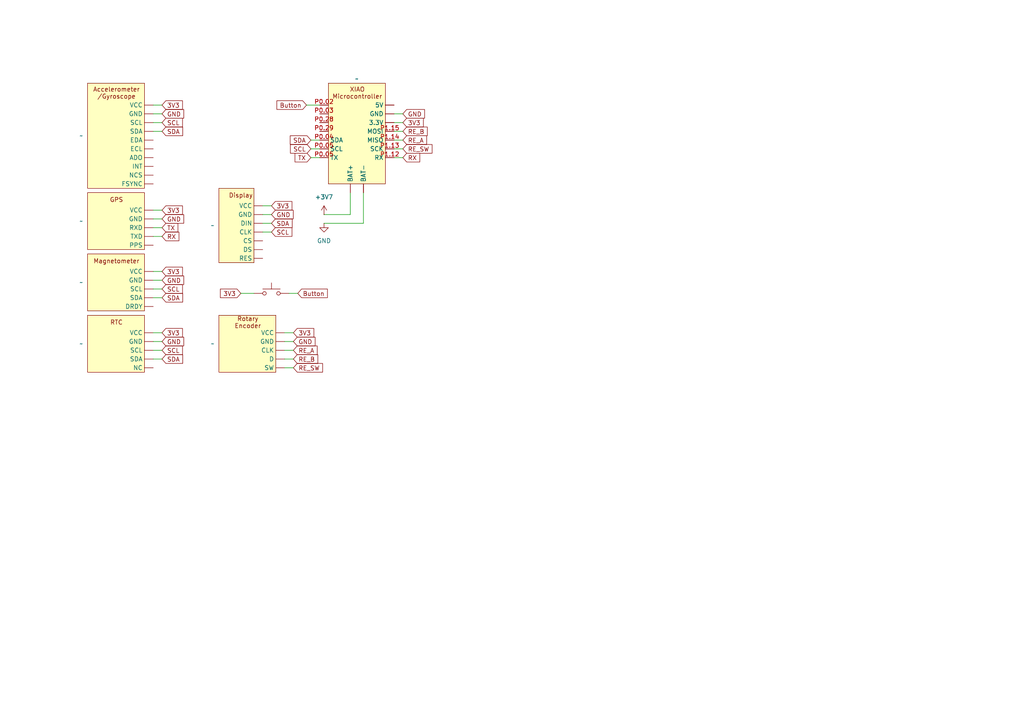
<source format=kicad_sch>
(kicad_sch (version 20250114) (generator "eeschema") (generator_version "9.0")
  (paper "A4")
  (title_block (title "multi-tool") (date "2025-07-20"))
  (lib_symbols
    (symbol "Accelerometer_1"
      (symbol "Accelerometer_1_1_1"
        (rectangle (start -7.62 8.89) (end 8.89 -21.59) (fill (type color) (color 255 255 194 1)))
        (text "Accelerometer\n/Gyroscope" (at 0.508 6.096 0) (effects (font (size 1.27 1.27))))
        (pin input line (at -10.16 2.54 0) (length 2.54) (name "VCC") (number ""))
        (pin output line (at -10.16 0 0) (length 2.54) (name "GND") (number ""))
        (pin bidirectional line (at -10.16 -2.54 0) (length 2.54) (name "SCL") (number ""))
        (pin bidirectional line (at -10.16 -5.08 0) (length 2.54) (name "SDA") (number ""))
        (pin bidirectional line (at -10.16 -7.62 0) (length 2.54) (name "EDA") (number ""))
        (pin bidirectional line (at -10.16 -10.16 0) (length 2.54) (name "ECL") (number ""))
        (pin bidirectional line (at -10.16 -12.7 0) (length 2.54) (name "ADO") (number ""))
        (pin bidirectional line (at -10.16 -15.24 0) (length 2.54) (name "INT") (number ""))
        (pin bidirectional line (at -10.16 -17.78 0) (length 2.54) (name "NCS") (number ""))
        (pin bidirectional line (at -10.16 -20.32 0) (length 2.54) (name "FSYNC") (number ""))
      )
    )
    (symbol "Display_1"
      (symbol "Display_1_1_1"
        (rectangle (start 0 5.08) (end 10.16 -16.51) (fill (type color) (color 255 255 194 1)))
        (text "Display" (at 3.81 3.048 0) (effects (font (size 1.27 1.27))))
        (pin input line (at -2.54 0 0) (length 2.54) (name "VCC") (number ""))
        (pin output line (at -2.54 -2.54 0) (length 2.54) (name "GND") (number ""))
        (pin input line (at -2.54 -5.08 0) (length 2.54) (name "DIN") (number ""))
        (pin input line (at -2.54 -7.62 0) (length 2.54) (name "CLK") (number ""))
        (pin input line (at -2.54 -10.16 0) (length 2.54) (name "CS") (number ""))
        (pin input line (at -2.54 -12.7 0) (length 2.54) (name "DS") (number ""))
        (pin input line (at -2.54 -15.24 0) (length 2.54) (name "RES") (number ""))
      )
    )
    (symbol "GPS_1"
      (symbol "GPS_1_1_1"
        (rectangle (start -7.62 7.62) (end 8.89 -8.89) (fill (type color) (color 255 255 194 1)))
        (text "GPS\n" (at 0.508 5.588 0) (effects (font (size 1.27 1.27))))
        (pin input line (at -10.16 2.54 0) (length 2.54) (name "VCC") (number ""))
        (pin output line (at -10.16 0 0) (length 2.54) (name "GND") (number ""))
        (pin bidirectional line (at -10.16 -2.54 0) (length 2.54) (name "RXD") (number ""))
        (pin bidirectional line (at -10.16 -5.08 0) (length 2.54) (name "TXD") (number ""))
        (pin bidirectional line (at -10.16 -7.62 0) (length 2.54) (name "PPS") (number ""))
      )
    )
    (symbol "Magnetometer_1"
      (symbol "Magnetometer_1_1_1"
        (rectangle (start -6.35 11.43) (end 10.16 -5.08) (fill (type color) (color 255 255 194 1)))
        (text "Magnetometer\n" (at 1.778 9.398 0) (effects (font (size 1.27 1.27))))
        (pin input line (at -8.89 6.35 0) (length 2.54) (name "VCC") (number ""))
        (pin output line (at -8.89 3.81 0) (length 2.54) (name "GND") (number ""))
        (pin bidirectional line (at -8.89 1.27 0) (length 2.54) (name "SCL") (number ""))
        (pin bidirectional line (at -8.89 -1.27 0) (length 2.54) (name "SDA") (number ""))
        (pin bidirectional line (at -8.89 -3.81 0) (length 2.54) (name "DRDY") (number ""))
      )
    )
    (symbol "Microcontroller_1"
      (symbol "Microcontroller_1_1_1"
        (rectangle (start -6.35 12.7) (end 10.16 -16.51) (fill (type background)))
        (text "XIAO\nMicrocontroller\n" (at 2.032 9.906 0) (effects (font (size 1.27 1.27))))
        (pin bidirectional line (at -8.89 6.35 0) (length 2.54) (name "") (number "P0.02"))
        (pin bidirectional line (at -8.89 3.81 0) (length 2.54) (name "") (number "P0.03"))
        (pin bidirectional line (at -8.89 1.27 0) (length 2.54) (name "") (number "P0.28"))
        (pin bidirectional line (at -8.89 -1.27 0) (length 2.54) (name "") (number "P0.29"))
        (pin bidirectional line (at -8.89 -3.81 0) (length 2.54) (name "SDA") (number "P0.04"))
        (pin bidirectional line (at -8.89 -6.35 0) (length 2.54) (name "SCL") (number "P0.05"))
        (pin bidirectional line (at -8.89 -8.89 0) (length 2.54) (name "TX") (number "P0.05"))
        (pin input line (at 0 -19.05 90) (length 2.54) (name "BAT+") (number ""))
        (pin output line (at 3.81 -19.05 90) (length 2.54) (name "BAT-") (number ""))
        (pin output line (at 12.7 6.35 180) (length 2.54) (name "5V") (number ""))
        (pin input line (at 12.7 3.81 180) (length 2.54) (name "GND") (number ""))
        (pin output line (at 12.7 1.27 180) (length 2.54) (name "3.3V") (number ""))
        (pin bidirectional line (at 12.7 -1.27 180) (length 2.54) (name "MOSI") (number "P1.15"))
        (pin bidirectional line (at 12.7 -3.81 180) (length 2.54) (name "MISO") (number "P1.14"))
        (pin bidirectional line (at 12.7 -6.35 180) (length 2.54) (name "SCK") (number "P1.13"))
        (pin bidirectional line (at 12.7 -8.89 180) (length 2.54) (name "RX") (number "P1.12"))
      )
    )
    (symbol "RTC_1"
      (symbol "RTC_1_1_1"
        (rectangle (start -8.89 7.62) (end 7.62 -8.89) (fill (type color) (color 255 255 194 1)))
        (text "RTC\n" (at -0.762 5.588 0) (effects (font (size 1.27 1.27))))
        (pin input line (at -11.43 2.54 0) (length 2.54) (name "VCC") (number ""))
        (pin output line (at -11.43 0 0) (length 2.54) (name "GND") (number ""))
        (pin bidirectional line (at -11.43 -2.54 0) (length 2.54) (name "SCL") (number ""))
        (pin bidirectional line (at -11.43 -5.08 0) (length 2.54) (name "SDA") (number ""))
        (pin bidirectional line (at -11.43 -7.62 0) (length 2.54) (name "NC") (number ""))
      )
    )
    (symbol "RotaryEncoder_1"
      (symbol "RotaryEncoder_1_1_1"
        (rectangle (start -8.89 7.62) (end 7.62 -8.89) (fill (type color) (color 255 255 194 1)))
        (text "Rotary\nEncoder\n" (at -0.762 5.588 0) (effects (font (size 1.27 1.27))))
        (pin input line (at -11.43 2.54 0) (length 2.54) (name "VCC") (number ""))
        (pin output line (at -11.43 0 0) (length 2.54) (name "GND") (number ""))
        (pin bidirectional line (at -11.43 -2.54 0) (length 2.54) (name "CLK") (number ""))
        (pin bidirectional line (at -11.43 -5.08 0) (length 2.54) (name "D") (number ""))
        (pin bidirectional line (at -11.43 -7.62 0) (length 2.54) (name "SW") (number ""))
      )
    )
    (symbol "Switch:SW_Push" (pin_numbers (hide yes)) (pin_names (offset 1.016) (hide yes))
      (property "Reference" "SW" (at 1.27 2.54 0))
      (property "Value" "SW_Push" (at 0 -1.524 0))
      (symbol "SW_Push_0_1"
        (circle (center -2.032 0) (radius 0.508))
        (polyline (pts (xy 0 1.27) (xy 0 3.048)))
        (circle (center 2.032 0) (radius 0.508))
        (polyline (pts (xy 2.54 1.27) (xy -2.54 1.27)))
        (pin passive line (at -5.08 0 0) (length 2.54) (name "1") (number "1"))
        (pin passive line (at 5.08 0 180) (length 2.54) (name "2") (number "2"))
      )
    )
    (symbol "power:+3V0" (power) (pin_numbers (hide yes)) (pin_names (offset 0) (hide yes))
      (property "Value" "+3V0" (at 0 3.556 0))
      (symbol "+3V0_0_1"
        (polyline (pts (xy -0.762 1.27) (xy 0 2.54)))
        (polyline (pts (xy 0 2.54) (xy 0.762 1.27)))
        (polyline (pts (xy 0 0) (xy 0 2.54)))
      )
      (symbol "+3V0_1_1"
        (pin power_in line (at 0 0 90) (length 0) (name "~") (number "1"))
      )
    )
    (symbol "power:GND" (power) (pin_numbers (hide yes)) (pin_names (offset 0) (hide yes))
      (property "Value" "GND" (at 0 -3.81 0))
      (symbol "GND_0_1"
        (polyline (pts (xy 0 0) (xy 0 -1.27) (xy 1.27 -1.27) (xy 0 -2.54) (xy -1.27 -1.27) (xy 0 -1.27)))
      )
      (symbol "GND_1_1"
        (pin power_in line (at 0 0 270) (length 0) (name "~") (number "1"))
      )
    )
  )
  (wire (pts (xy 44.45 78.74) (xy 46.99 78.74)))
  (wire (pts (xy 82.55 104.14) (xy 85.09 104.14)))
  (wire (pts (xy 114.3 45.72) (xy 116.84 45.72)))
  (wire (pts (xy 44.45 35.56) (xy 46.99 35.56)))
  (wire (pts (xy 114.3 43.18) (xy 116.84 43.18)))
  (wire (pts (xy 76.2 64.77) (xy 78.74 64.77)))
  (wire (pts (xy 44.45 63.5) (xy 46.99 63.5)))
  (wire (pts (xy 82.55 101.6) (xy 85.09 101.6)))
  (wire (pts (xy 76.2 59.69) (xy 78.74 59.69)))
  (wire (pts (xy 44.45 81.28) (xy 46.99 81.28)))
  (wire (pts (xy 93.98 62.23) (xy 101.6 62.23)))
  (wire (pts (xy 114.3 33.02) (xy 116.84 33.02)))
  (wire (pts (xy 101.6 55.88) (xy 101.6 62.23)))
  (wire (pts (xy 44.45 38.1) (xy 46.99 38.1)))
  (wire (pts (xy 90.17 43.18) (xy 92.71 43.18)))
  (wire (pts (xy 82.55 96.52) (xy 85.09 96.52)))
  (wire (pts (xy 44.45 60.96) (xy 46.99 60.96)))
  (wire (pts (xy 114.3 35.56) (xy 116.84 35.56)))
  (wire (pts (xy 69.85 85.09) (xy 73.66 85.09)))
  (wire (pts (xy 44.45 86.36) (xy 46.99 86.36)))
  (wire (pts (xy 90.17 45.72) (xy 92.71 45.72)))
  (wire (pts (xy 44.45 96.52) (xy 46.99 96.52)))
  (wire (pts (xy 44.45 101.6) (xy 46.99 101.6)))
  (wire (pts (xy 82.55 99.06) (xy 85.09 99.06)))
  (wire (pts (xy 114.3 40.64) (xy 116.84 40.64)))
  (wire (pts (xy 44.45 33.02) (xy 46.99 33.02)))
  (wire (pts (xy 44.45 68.58) (xy 46.99 68.58)))
  (wire (pts (xy 76.2 62.23) (xy 78.74 62.23)))
  (wire (pts (xy 88.9 30.48) (xy 92.71 30.48)))
  (wire (pts (xy 82.55 106.68) (xy 85.09 106.68)))
  (wire (pts (xy 90.17 40.64) (xy 92.71 40.64)))
  (wire (pts (xy 44.45 99.06) (xy 46.99 99.06)))
  (wire (pts (xy 83.82 85.09) (xy 86.36 85.09)))
  (wire (pts (xy 105.41 64.77) (xy 105.41 55.88)))
  (wire (pts (xy 93.98 64.77) (xy 105.41 64.77)))
  (wire (pts (xy 44.45 66.04) (xy 46.99 66.04)))
  (wire (pts (xy 44.45 30.48) (xy 46.99 30.48)))
  (wire (pts (xy 44.45 83.82) (xy 46.99 83.82)))
  (wire (pts (xy 44.45 104.14) (xy 46.99 104.14)))
  (wire (pts (xy 76.2 67.31) (xy 78.74 67.31)))
  (wire (pts (xy 114.3 38.1) (xy 116.84 38.1)))
  (global_label "SCL" (shape input) (at 78.74 67.31 0) (property "Intersheetrefs" "${INTERSHEET_REFS}" (effects (hide yes))))
  (global_label "3V3" (shape input) (at 46.99 78.74 0) (property "Intersheetrefs" "${INTERSHEET_REFS}" (effects (hide yes))))
  (global_label "3V3" (shape input) (at 46.99 60.96 0) (property "Intersheetrefs" "${INTERSHEET_REFS}" (effects (hide yes))))
  (global_label "SCL" (shape input) (at 90.17 43.18 180) (property "Intersheetrefs" "${INTERSHEET_REFS}" (effects (hide yes))))
  (global_label "3V3" (shape input) (at 85.09 96.52 0) (property "Intersheetrefs" "${INTERSHEET_REFS}" (effects (hide yes))))
  (global_label "RX" (shape input) (at 116.84 45.72 0) (property "Intersheetrefs" "${INTERSHEET_REFS}" (effects (hide yes))))
  (global_label "RX" (shape input) (at 46.99 68.58 0) (property "Intersheetrefs" "${INTERSHEET_REFS}" (effects (hide yes))))
  (global_label "SDA" (shape input) (at 46.99 38.1 0) (property "Intersheetrefs" "${INTERSHEET_REFS}" (effects (hide yes))))
  (global_label "RE_B" (shape input) (at 85.09 104.14 0) (property "Intersheetrefs" "${INTERSHEET_REFS}" (effects (hide yes))))
  (global_label "GND" (shape input) (at 46.99 99.06 0) (property "Intersheetrefs" "${INTERSHEET_REFS}" (effects (hide yes))))
  (global_label "GND" (shape input) (at 46.99 33.02 0) (property "Intersheetrefs" "${INTERSHEET_REFS}" (effects (hide yes))))
  (global_label "RE_A" (shape input) (at 116.84 40.64 0) (property "Intersheetrefs" "${INTERSHEET_REFS}" (effects (hide yes))))
  (global_label "3V3" (shape input) (at 46.99 96.52 0) (property "Intersheetrefs" "${INTERSHEET_REFS}" (effects (hide yes))))
  (global_label "Button" (shape input) (at 86.36 85.09 0) (property "Intersheetrefs" "${INTERSHEET_REFS}" (effects (hide yes))))
  (global_label "3V3" (shape input) (at 78.74 59.69 0) (property "Intersheetrefs" "${INTERSHEET_REFS}" (effects (hide yes))))
  (global_label "SCL" (shape input) (at 46.99 101.6 0) (property "Intersheetrefs" "${INTERSHEET_REFS}" (effects (hide yes))))
  (global_label "SDA" (shape input) (at 78.74 64.77 0) (property "Intersheetrefs" "${INTERSHEET_REFS}" (effects (hide yes))))
  (global_label "RE_SW" (shape input) (at 85.09 106.68 0) (property "Intersheetrefs" "${INTERSHEET_REFS}" (effects (hide yes))))
  (global_label "SCL" (shape input) (at 46.99 83.82 0) (property "Intersheetrefs" "${INTERSHEET_REFS}" (effects (hide yes))))
  (global_label "SCL" (shape input) (at 46.99 35.56 0) (property "Intersheetrefs" "${INTERSHEET_REFS}" (effects (hide yes))))
  (global_label "3V3" (shape input) (at 69.85 85.09 180) (property "Intersheetrefs" "${INTERSHEET_REFS}" (effects (hide yes))))
  (global_label "SDA" (shape input) (at 46.99 104.14 0) (property "Intersheetrefs" "${INTERSHEET_REFS}" (effects (hide yes))))
  (global_label "GND" (shape input) (at 46.99 63.5 0) (property "Intersheetrefs" "${INTERSHEET_REFS}" (effects (hide yes))))
  (global_label "SDA" (shape input) (at 46.99 86.36 0) (property "Intersheetrefs" "${INTERSHEET_REFS}" (effects (hide yes))))
  (global_label "RE_B" (shape input) (at 116.84 38.1 0) (property "Intersheetrefs" "${INTERSHEET_REFS}" (effects (hide yes))))
  (global_label "Button" (shape input) (at 88.9 30.48 180) (property "Intersheetrefs" "${INTERSHEET_REFS}" (effects (hide yes))))
  (global_label "RE_SW" (shape input) (at 116.84 43.18 0) (property "Intersheetrefs" "${INTERSHEET_REFS}" (effects (hide yes))))
  (global_label "TX" (shape input) (at 90.17 45.72 180) (property "Intersheetrefs" "${INTERSHEET_REFS}" (effects (hide yes))))
  (global_label "RE_A" (shape input) (at 85.09 101.6 0) (property "Intersheetrefs" "${INTERSHEET_REFS}" (effects (hide yes))))
  (global_label "SDA" (shape input) (at 90.17 40.64 180) (property "Intersheetrefs" "${INTERSHEET_REFS}" (effects (hide yes))))
  (global_label "3V3" (shape input) (at 46.99 30.48 0) (property "Intersheetrefs" "${INTERSHEET_REFS}" (effects (hide yes))))
  (global_label "GND" (shape input) (at 78.74 62.23 0) (property "Intersheetrefs" "${INTERSHEET_REFS}" (effects (hide yes))))
  (global_label "GND" (shape input) (at 85.09 99.06 0) (property "Intersheetrefs" "${INTERSHEET_REFS}" (effects (hide yes))))
  (global_label "TX" (shape input) (at 46.99 66.04 0) (property "Intersheetrefs" "${INTERSHEET_REFS}" (effects (hide yes))))
  (global_label "GND" (shape input) (at 116.84 33.02 0) (property "Intersheetrefs" "${INTERSHEET_REFS}" (effects (hide yes))))
  (global_label "GND" (shape input) (at 46.99 81.28 0) (property "Intersheetrefs" "${INTERSHEET_REFS}" (effects (hide yes))))
  (global_label "3V3" (shape input) (at 116.84 35.56 0) (property "Intersheetrefs" "${INTERSHEET_REFS}" (effects (hide yes))))
  (symbol (lib_name "Display_1") (lib_id "New_Library:Display") (at 73.66 59.69 0) (mirror y) (unit 1)
    (property "Reference" "U9" (effects (hide yes)))
    (property "Value" "~" (at 62.23 65.405 0) (effects (justify left)))
  )
  (symbol (lib_name "Magnetometer_1") (lib_id "New_Library:Magnetometer") (at 35.56 85.09 0) (mirror y) (unit 1)
    (property "Reference" "U13" (effects (hide yes)))
    (property "Value" "~" (at 24.13 81.915 0) (effects (justify left)))
  )
  (symbol (lib_name "RTC_1") (lib_id "New_Library:RTC") (at 33.02 99.06 0) (mirror y) (unit 1)
    (property "Reference" "U14" (effects (hide yes)))
    (property "Value" "~" (at 24.13 99.695 0) (effects (justify left)))
  )
  (symbol (lib_id "power:GND") (at 93.98 64.77 0) (unit 1)
    (property "Reference" "#PWR04" (effects (hide yes)))
    (property "Value" "GND" (at 93.98 69.85 0))
    (property "Description" "Power symbol creates a global label with name \"GND\" , ground" (effects (hide yes)))
  )
  (symbol (lib_name "RotaryEncoder_1") (lib_id "New_Library:RotaryEncoder") (at 71.12 99.06 0) (mirror y) (unit 1)
    (property "Reference" "U12" (effects (hide yes)))
    (property "Value" "~" (at 62.23 99.689 0) (effects (justify left)))
  )
  (symbol (lib_name "GPS_1") (lib_id "New_Library:GPS") (at 34.29 63.5 0) (mirror y) (unit 1)
    (property "Reference" "U11" (effects (hide yes)))
    (property "Value" "~" (at 24.13 64.135 0) (effects (justify left)))
  )
  (symbol (lib_name "Microcontroller_1") (lib_id "New_Library:Microcontroller") (at 101.6 36.83 0) (unit 1)
    (property "Reference" "U8" (effects (hide yes)))
    (property "Value" "~" (at 103.505 22.86 0))
  )
  (symbol (lib_name "Accelerometer_1") (lib_id "New_Library:Accelerometer") (at 34.29 33.02 0) (mirror y) (unit 1)
    (property "Reference" "U10" (effects (hide yes)))
    (property "Value" "~" (at 24.13 39.37 0) (effects (justify left)))
  )
  (symbol (lib_id "Switch:SW_Push") (at 78.74 85.09 0) (unit 1)
    (property "Reference" "SW2" (effects (hide yes)))
    (property "Value" "SW_Push" (effects (hide yes)))
    (property "Description" "Push button switch, generic, two pins" (effects (hide yes)))
  )
  (symbol (lib_id "power:+3V0") (at 93.98 62.23 0) (unit 1)
    (property "Reference" "#PWR03" (effects (hide yes)))
    (property "Value" "+3V7" (at 93.98 57.15 0))
    (property "Description" "Power symbol creates a global label with name \"+3V0\"" (effects (hide yes)))
  )
)
</source>
